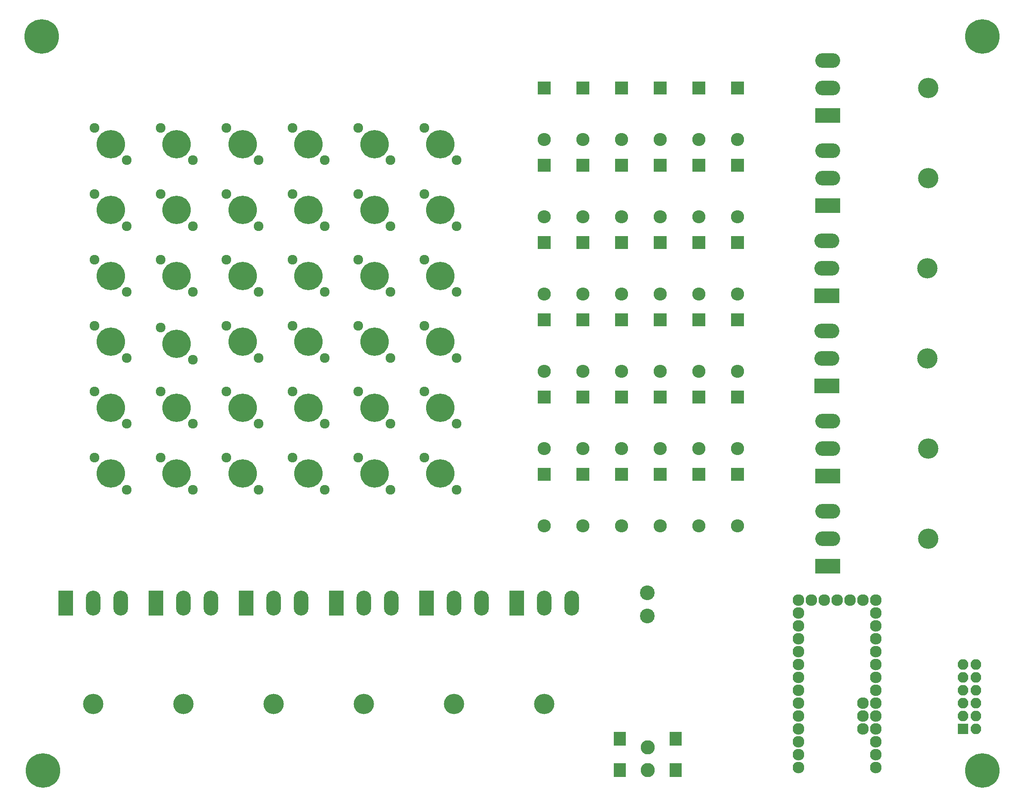
<source format=gbr>
G04 #@! TF.FileFunction,Soldermask,Bot*
%FSLAX46Y46*%
G04 Gerber Fmt 4.6, Leading zero omitted, Abs format (unit mm)*
G04 Created by KiCad (PCBNEW 4.0.6) date 05/18/18 15:11:36*
%MOMM*%
%LPD*%
G01*
G04 APERTURE LIST*
%ADD10C,0.100000*%
%ADD11R,2.600000X2.600000*%
%ADD12O,2.600000X2.600000*%
%ADD13C,5.600000*%
%ADD14C,1.924000*%
%ADD15C,2.800000*%
%ADD16R,2.400000X2.800000*%
%ADD17R,2.100000X2.100000*%
%ADD18O,2.100000X2.100000*%
%ADD19C,6.800000*%
%ADD20C,2.300000*%
%ADD21O,4.000000X4.000000*%
%ADD22R,4.900000X2.900000*%
%ADD23O,4.900000X2.900000*%
%ADD24R,2.900000X4.900000*%
%ADD25O,2.900000X4.900000*%
%ADD26C,2.900000*%
G04 APERTURE END LIST*
D10*
D11*
X124460000Y-27940000D03*
D12*
X124460000Y-38100000D03*
D11*
X132080000Y-27940000D03*
D12*
X132080000Y-38100000D03*
D11*
X139700000Y-27940000D03*
D12*
X139700000Y-38100000D03*
D11*
X147320000Y-27940000D03*
D12*
X147320000Y-38100000D03*
D11*
X154940000Y-27940000D03*
D12*
X154940000Y-38100000D03*
D11*
X162560000Y-27940000D03*
D12*
X162560000Y-38100000D03*
D11*
X124460000Y-43180000D03*
D12*
X124460000Y-53340000D03*
D11*
X132080000Y-43180000D03*
D12*
X132080000Y-53340000D03*
D11*
X139700000Y-43180000D03*
D12*
X139700000Y-53340000D03*
D11*
X147320000Y-43180000D03*
D12*
X147320000Y-53340000D03*
D11*
X154940000Y-43180000D03*
D12*
X154940000Y-53340000D03*
D11*
X162560000Y-43180000D03*
D12*
X162560000Y-53340000D03*
D11*
X124460000Y-58420000D03*
D12*
X124460000Y-68580000D03*
D11*
X132080000Y-58420000D03*
D12*
X132080000Y-68580000D03*
D11*
X139700000Y-58420000D03*
D12*
X139700000Y-68580000D03*
D11*
X147320000Y-58420000D03*
D12*
X147320000Y-68580000D03*
D11*
X154940000Y-58420000D03*
D12*
X154940000Y-68580000D03*
D11*
X162560000Y-58420000D03*
D12*
X162560000Y-68580000D03*
D11*
X124460000Y-73660000D03*
D12*
X124460000Y-83820000D03*
D11*
X132080000Y-73660000D03*
D12*
X132080000Y-83820000D03*
D11*
X139700000Y-73660000D03*
D12*
X139700000Y-83820000D03*
D11*
X147320000Y-73660000D03*
D12*
X147320000Y-83820000D03*
D11*
X154940000Y-73660000D03*
D12*
X154940000Y-83820000D03*
D11*
X162560000Y-73660000D03*
D12*
X162560000Y-83820000D03*
D11*
X124460000Y-88900000D03*
D12*
X124460000Y-99060000D03*
D11*
X132080000Y-88900000D03*
D12*
X132080000Y-99060000D03*
D11*
X139700000Y-88900000D03*
D12*
X139700000Y-99060000D03*
D11*
X147320000Y-88900000D03*
D12*
X147320000Y-99060000D03*
D11*
X154940000Y-88900000D03*
D12*
X154940000Y-99060000D03*
D11*
X162560000Y-88900000D03*
D12*
X162560000Y-99060000D03*
D11*
X124460000Y-104140000D03*
D12*
X124460000Y-114300000D03*
D11*
X132080000Y-104140000D03*
D12*
X132080000Y-114300000D03*
D11*
X139700000Y-104140000D03*
D12*
X139700000Y-114300000D03*
D11*
X147320000Y-104140000D03*
D12*
X147320000Y-114300000D03*
D11*
X154940000Y-104140000D03*
D12*
X154940000Y-114300000D03*
D11*
X162560000Y-104140000D03*
D12*
X162560000Y-114300000D03*
D13*
X39000000Y-39000000D03*
D14*
X35825000Y-35825000D03*
X42175000Y-42175000D03*
D13*
X52000000Y-39000000D03*
D14*
X48825000Y-35825000D03*
X55175000Y-42175000D03*
D13*
X65000000Y-39000000D03*
D14*
X61825000Y-35825000D03*
X68175000Y-42175000D03*
D13*
X78000000Y-39000000D03*
D14*
X74825000Y-35825000D03*
X81175000Y-42175000D03*
D13*
X91000000Y-39000000D03*
D14*
X87825000Y-35825000D03*
X94175000Y-42175000D03*
D13*
X104000000Y-39000000D03*
D14*
X100825000Y-35825000D03*
X107175000Y-42175000D03*
D13*
X39000000Y-52000000D03*
D14*
X35825000Y-48825000D03*
X42175000Y-55175000D03*
D13*
X52000000Y-52000000D03*
D14*
X48825000Y-48825000D03*
X55175000Y-55175000D03*
D13*
X65000000Y-52000000D03*
D14*
X61825000Y-48825000D03*
X68175000Y-55175000D03*
D13*
X78000000Y-52000000D03*
D14*
X74825000Y-48825000D03*
X81175000Y-55175000D03*
D13*
X91000000Y-52000000D03*
D14*
X87825000Y-48825000D03*
X94175000Y-55175000D03*
D13*
X104000000Y-52000000D03*
D14*
X100825000Y-48825000D03*
X107175000Y-55175000D03*
D13*
X39000000Y-65000000D03*
D14*
X35825000Y-61825000D03*
X42175000Y-68175000D03*
D13*
X52000000Y-65000000D03*
D14*
X48825000Y-61825000D03*
X55175000Y-68175000D03*
D13*
X65000000Y-65000000D03*
D14*
X61825000Y-61825000D03*
X68175000Y-68175000D03*
D13*
X78000000Y-65000000D03*
D14*
X74825000Y-61825000D03*
X81175000Y-68175000D03*
D13*
X91000000Y-65000000D03*
D14*
X87825000Y-61825000D03*
X94175000Y-68175000D03*
D13*
X104000000Y-65000000D03*
D14*
X100825000Y-61825000D03*
X107175000Y-68175000D03*
D13*
X39000000Y-78000000D03*
D14*
X35825000Y-74825000D03*
X42175000Y-81175000D03*
D13*
X52000000Y-78362999D03*
D14*
X48825000Y-75187999D03*
X55175000Y-81537999D03*
D13*
X65000000Y-78000000D03*
D14*
X61825000Y-74825000D03*
X68175000Y-81175000D03*
D13*
X78000000Y-78000000D03*
D14*
X74825000Y-74825000D03*
X81175000Y-81175000D03*
D13*
X91000000Y-78000000D03*
D14*
X87825000Y-74825000D03*
X94175000Y-81175000D03*
D13*
X104000000Y-78000000D03*
D14*
X100825000Y-74825000D03*
X107175000Y-81175000D03*
D13*
X39000000Y-91000000D03*
D14*
X35825000Y-87825000D03*
X42175000Y-94175000D03*
D13*
X52000000Y-91000000D03*
D14*
X48825000Y-87825000D03*
X55175000Y-94175000D03*
D13*
X65000000Y-91000000D03*
D14*
X61825000Y-87825000D03*
X68175000Y-94175000D03*
D13*
X78000000Y-91000000D03*
D14*
X74825000Y-87825000D03*
X81175000Y-94175000D03*
D13*
X91000000Y-91000000D03*
D14*
X87825000Y-87825000D03*
X94175000Y-94175000D03*
D13*
X104000000Y-91000000D03*
D14*
X100825000Y-87825000D03*
X107175000Y-94175000D03*
D13*
X39000000Y-104000000D03*
D14*
X35825000Y-100825000D03*
X42175000Y-107175000D03*
D13*
X52000000Y-104000000D03*
D14*
X48825000Y-100825000D03*
X55175000Y-107175000D03*
D13*
X65000000Y-104000000D03*
D14*
X61825000Y-100825000D03*
X68175000Y-107175000D03*
D13*
X78000000Y-104000000D03*
D14*
X74825000Y-100825000D03*
X81175000Y-107175000D03*
D13*
X91000000Y-104000000D03*
D14*
X87825000Y-100825000D03*
X94175000Y-107175000D03*
D13*
X104000000Y-104000000D03*
D14*
X100825000Y-100825000D03*
X107175000Y-107175000D03*
D15*
X144881600Y-157988000D03*
D16*
X150381600Y-162488000D03*
X139381600Y-162488000D03*
X150381600Y-156288000D03*
X139381600Y-156288000D03*
D15*
X144881600Y-162488000D03*
D17*
X207010000Y-154305000D03*
D18*
X209550000Y-154305000D03*
X207010000Y-151765000D03*
X209550000Y-151765000D03*
X207010000Y-149225000D03*
X209550000Y-149225000D03*
X207010000Y-146685000D03*
X209550000Y-146685000D03*
X207010000Y-144145000D03*
X209550000Y-144145000D03*
X207010000Y-141605000D03*
X209550000Y-141605000D03*
D19*
X210820000Y-17780000D03*
X25400000Y-17780000D03*
X25654000Y-162560000D03*
X210820000Y-162560000D03*
D20*
X187325000Y-154305000D03*
X187325000Y-151765000D03*
X187325000Y-149225000D03*
X177165000Y-128905000D03*
X179705000Y-128905000D03*
X182245000Y-128905000D03*
X187325000Y-128905000D03*
X184785000Y-128905000D03*
X174625000Y-159385000D03*
X174625000Y-156845000D03*
X174625000Y-154305000D03*
X174625000Y-151765000D03*
X174625000Y-149225000D03*
X174625000Y-146685000D03*
X174625000Y-144145000D03*
X174625000Y-141605000D03*
X174625000Y-139065000D03*
X174625000Y-136525000D03*
X174625000Y-133985000D03*
X174625000Y-131445000D03*
X174625000Y-128905000D03*
X189865000Y-128905000D03*
X189865000Y-131445000D03*
X189865000Y-133985000D03*
X189865000Y-136525000D03*
X189865000Y-139065000D03*
X189865000Y-141605000D03*
X189865000Y-144145000D03*
X189865000Y-146685000D03*
X189865000Y-149225000D03*
X189865000Y-151765000D03*
X189865000Y-154305000D03*
X189865000Y-156845000D03*
X189865000Y-159385000D03*
X189865000Y-161925000D03*
X174625000Y-161925000D03*
D21*
X200200000Y-27940000D03*
D22*
X180340000Y-33390000D03*
D23*
X180340000Y-27940000D03*
X180340000Y-22490000D03*
D21*
X200200000Y-45720000D03*
D22*
X180340000Y-51170000D03*
D23*
X180340000Y-45720000D03*
X180340000Y-40270000D03*
D21*
X200031100Y-63500000D03*
D22*
X180171100Y-68950000D03*
D23*
X180171100Y-63500000D03*
X180171100Y-58050000D03*
D21*
X200031100Y-81280000D03*
D22*
X180171100Y-86730000D03*
D23*
X180171100Y-81280000D03*
X180171100Y-75830000D03*
D21*
X200200000Y-99060000D03*
D22*
X180340000Y-104510000D03*
D23*
X180340000Y-99060000D03*
X180340000Y-93610000D03*
D21*
X200200000Y-116840000D03*
D22*
X180340000Y-122290000D03*
D23*
X180340000Y-116840000D03*
X180340000Y-111390000D03*
D21*
X35560000Y-149400000D03*
D24*
X30110000Y-129540000D03*
D25*
X35560000Y-129540000D03*
X41010000Y-129540000D03*
D21*
X53340000Y-149400000D03*
D24*
X47890000Y-129540000D03*
D25*
X53340000Y-129540000D03*
X58790000Y-129540000D03*
D21*
X71120000Y-149400000D03*
D24*
X65670000Y-129540000D03*
D25*
X71120000Y-129540000D03*
X76570000Y-129540000D03*
D21*
X88900000Y-149400000D03*
D24*
X83450000Y-129540000D03*
D25*
X88900000Y-129540000D03*
X94350000Y-129540000D03*
D21*
X106680000Y-149400000D03*
D24*
X101230000Y-129540000D03*
D25*
X106680000Y-129540000D03*
X112130000Y-129540000D03*
D21*
X124460000Y-149400000D03*
D24*
X119010000Y-129540000D03*
D25*
X124460000Y-129540000D03*
X129910000Y-129540000D03*
D26*
X144780000Y-127508000D03*
X144780000Y-132108000D03*
M02*

</source>
